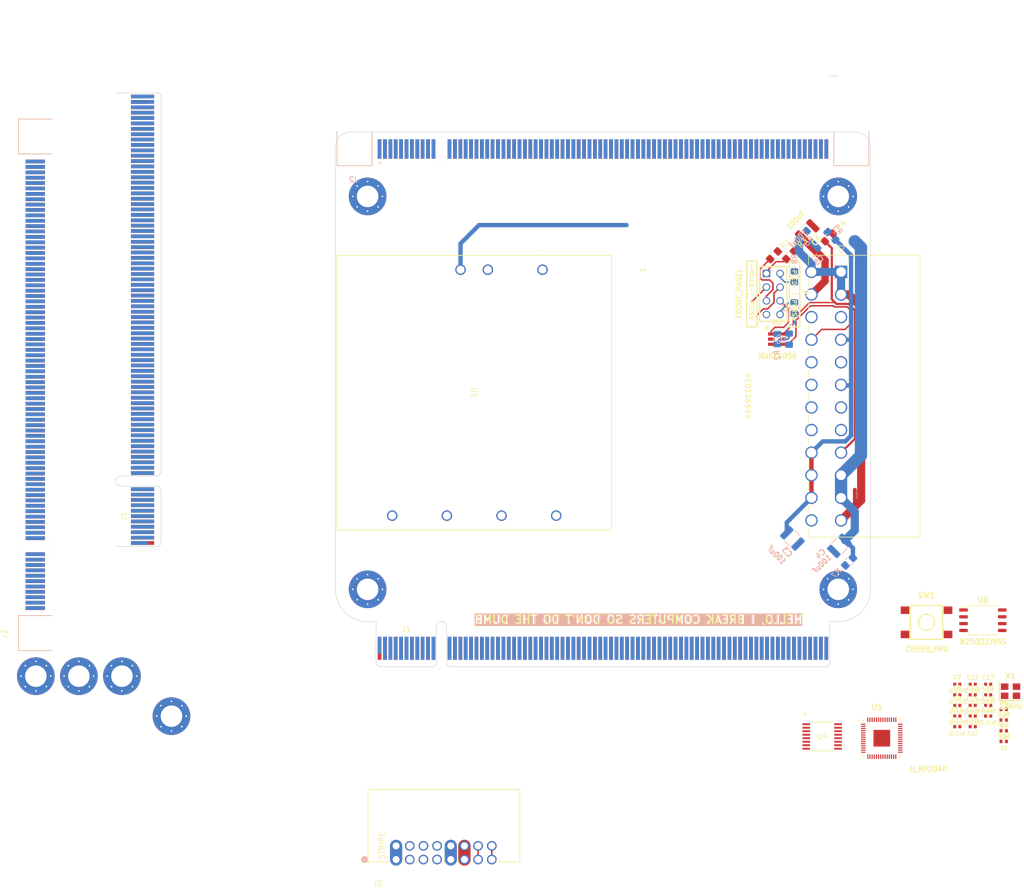
<source format=kicad_pcb>
(kicad_pcb (version 20240108) (generator "pcbnew") (generator_version "8.0")
  (layers (0 "F.Cu" signal) (31 "B.Cu" signal) (34 "B.Paste" user) (35 "F.Paste" user) (36 "B.SilkS" user "B.Silkscreen") (37 "F.SilkS" user "F.Silkscreen") (38 "B.Mask" user) (39 "F.Mask" user) (44 "Edge.Cuts" user))
  (net 0 "")
  (net 1 "/GATE")
  (net 2 "/CV")
  (net 3 "GND")
  (net 4 "+5V")
  (net 5 "+12V")
  (net 6 "-12V")
  (net 7 "Net-(J1-GND-PadA12)")
  (net 9 "Net-(J1-+3.3V-PadA10)")
  (net 31 "Net-(J1-+12V-PadA2)")
  (net 264 "+5VSB")
  (net 265 "/~{RST_SIG}")
  (net 266 "VCC")
  (net 267 "+3.3V")
  (net 269 "/~{PS_ON}")
  (net 271 "/HDD_LED-")
  (net 272 "/PWR_LED+")
  (net 273 "/HDD_LED+")
  (net 274 "/PWR_LED-")
  (net 275 "GNDA")
  (net 276 "-12VA")
  (net 277 "+12VA")
  (net 279 "/~{RST_SW}")
  (net 280 "/~{PWR_SW}")
  (net 281 "RP_3.3V")
  (net 282 "RP_1.1V")
  (net 283 "Net-(C18-Pad1)")
  (net 284 "Net-(U5-XIN)")
  (net 286 "Net-(U5-RUN)")
  (net 287 "Net-(U5-XOUT)")
  (net 288 "/QSPI_CS")
  (net 289 "/BOOTSEL")
  (net 290 "Net-(U4-S2)")
  (net 291 "Net-(U4-S5)")
  (net 293 "Net-(U4-S6)")
  (net 295 "Net-(U4-S0)")
  (net 297 "Net-(U4-S1)")
  (net 298 "Net-(U4-S4)")
  (net 301 "Net-(U4-S7)")
  (net 302 "Net-(U4-S3)")
  (net 303 "/QSPI_SD0")
  (net 310 "/RP_TX")
  (net 311 "/RP_RX")
  (net 312 "/QSPI_SD1")
  (net 313 "/QSPI_SCK")
  (net 314 "/QSPI_SD2")
  (net 316 "/QSPI_SD3")
  (footprint "llama_shared:X_SMD3225" (layer "F.Cu") (at 263.967 144.262)
    (property "Reference" "X1")
    (property "Value" "12MHz")
  )
  (footprint "Resistor_SMD:R_0805_2012Metric_Pad1.20x1.40mm_HandSolder" (layer "F.Cu") (at 223.005 63.2 -135)
    (property "Reference" "R3")
    (property "Value" "330")
  )
  (footprint "llama_shared:H_ATX_PERF" (layer "F.Cu") (at 90.85 141.465 90)
    (property "Reference" "H5" (hide yes))
    (property "Value" "H_HOLE" (hide yes))
  )
  (footprint "llama_shared:H_ATX_PERF" (layer "F.Cu") (at 144.499713 52.267213)
    (property "Reference" "H5" (hide yes))
    (property "Value" "H_HOLE" (hide yes))
  )
  (footprint "llama_shared:C_0402_1005Metric" (layer "F.Cu") (at 256.935 148.88)
    (property "Reference" "C15")
    (property "Value" "0.1uF")
  )
  (footprint "llama_shared:U_QFN40P700X700X90-57N" (layer "F.Cu") (at 240.04 153)
    (property "Reference" "U5")
    (property "Value" "U_RP2040")
  )
  (footprint "llama_shared:R_0402_1005Metric" (layer "F.Cu") (at 262.695 153.6)
    (property "Reference" "R12")
    (property "Value" "1k")
  )
  (footprint "llama_shared:C_0402_1005Metric" (layer "F.Cu") (at 254.065 150.85)
    (property "Reference" "C11")
    (property "Value" "0.1uF")
  )
  (footprint "AT-Footprints:DKA30_MWU" (layer "F.Cu") (at 177.005 65.9 -90)
    (property "Reference" "U1")
    (property "Value" "DKA30A-12")
  )
  (footprint "llama_shared:H_ATX_PERF" (layer "F.Cu") (at 231.949713 52.267213)
    (property "Reference" "H6" (hide yes))
    (property "Value" "H_HOLE" (hide yes))
  )
  (footprint "llama_shared:H_ATX_PERF" (layer "F.Cu") (at 231.949713 125.317213)
    (property "Reference" "H8" (hide yes))
    (property "Value" "H_HOLE" (hide yes))
  )
  (footprint "AT-Footprints:TSSOP16_PW_TEX" (layer "F.Cu") (at 228.95775 152.674951)
    (property "Reference" "U4")
    (property "Value" "TMUX4051PWR")
  )
  (footprint "llama_shared:C_1210_3225Metric" (layer "F.Cu") (at 226.179517 58.767983 -135)
    (property "Reference" "C6")
    (property "Value" "100uF")
  )
  (footprint "llama_shared:C_0402_1005Metric" (layer "F.Cu") (at 256.935 144.94)
    (property "Reference" "C13")
    (property "Value" "0.1uF")
  )
  (footprint "Resistor_SMD:R_0805_2012Metric_Pad1.20x1.40mm_HandSolder" (layer "F.Cu") (at 220.005 63.2 -135)
    (property "Reference" "R1")
    (property "Value" "10k")
  )
  (footprint "llama_shared:SW_B3FS-1010" (layer "F.Cu") (at 248.35 131.452)
    (property "Reference" "SW1")
    (property "Value" "CH559_PRG")
  )
  (footprint "llama_shared:R_0402_1005Metric" (layer "F.Cu") (at 262.695 147.63)
    (property "Reference" "R9")
    (property "Value" "10k")
  )
  (footprint "llama_shared:P_CONN_PANEL" (layer "F.Cu") (at 219.875 70.41 -90)
    (property "Reference" "J6")
    (property "Value" "FRONT_PANEL")
  )
  (footprint "llama_shared:U_SOIC-8_5.23x5.23mm_P1.27mm" (layer "F.Cu") (at 258.825 131.06)
    (property "Reference" "U6")
    (property "Value" "W25Q32JVSS")
  )
  (footprint "llama_shared:C_0402_1005Metric" (layer "F.Cu") (at 254.065 148.88)
    (property "Reference" "C10")
    (property "Value" "0.1uF")
  )
  (footprint "llama_shared:C_0402_1005Metric" (layer "F.Cu") (at 256.935 142.97)
    (property "Reference" "C12")
    (property "Value" "0.1uF")
  )
  (footprint "Resistor_SMD:R_0805_2012Metric_Pad1.20x1.40mm_HandSolder" (layer "F.Cu") (at 230.179607 59.9 45)
    (property "Reference" "R4")
    (property "Value" "470")
  )
  (footprint "llama_shared:C_0402_1005Metric" (layer "F.Cu") (at 259.805 146.91)
    (property "Reference" "C19")
    (property "Value" "30pF")
  )
  (footprint "llama_shared:C_0402_1005Metric" (layer "F.Cu") (at 254.065 144.94)
    (property "Reference" "C8")
    (property "Value" "0.1uF")
  )
  (footprint "llama_shared:H_ATX_PERF" (layer "F.Cu") (at 82.85 141.465 90)
    (property "Reference" "H1" (hide yes))
    (property "Value" "H_HOLE" (hide yes))
  )
  (footprint "llama_shared:C_0402_1005Metric" (layer "F.Cu") (at 259.805 148.88)
    (property "Reference" "C20")
    (property "Value" "0.1uF")
  )
  (footprint "llama_shared:C_0402_1005Metric" (layer "F.Cu") (at 256.935 146.91)
    (property "Reference" "C14")
    (property "Value" "0.1uF")
  )
  (footprint "llama_shared:R_0402_1005Metric" (layer "F.Cu") (at 262.695 149.62)
    (property "Reference" "R10")
    (property "Value" "1k")
  )
  (footprint "llama_shared:R_0402_1005Metric" (layer "F.Cu") (at 262.695 151.61)
    (property "Reference" "R11")
    (property "Value" "10k")
  )
  (footprint "llama_shared:H_ATX_PERF" (layer "F.Cu") (at 108.055 148.9 90)
    (property "Reference" "H7" (hide yes))
    (property "Value" "H_HOLE" (hide yes))
  )
  (footprint "ATX:ATX_24_RIGHT_ANGLE_MOLEX_469911024" (layer "F.Cu") (at 232.4725 66.304002 90)
    (property "Reference" "J5")
    (property "Value" "ATX_POWER")
  )
  (footprint "llama_shared:C_0402_1005Metric" (layer "F.Cu") (at 254.065 142.97)
    (property "Reference" "C7")
    (property "Value" "0.1uF")
  )
  (footprint "llama_shared:U_TSOT-23-6" (layer "F.Cu") (at 220.605 78.8)
    (property "Reference" "U2")
    (property "Value" "MAX16054")
  )
  (footprint "AT-Footprints:AMPHENOL_10025026-10103TLF" (layer "F.Cu") (at 85.925 87.29 90)
    (property "Reference" "J2")
    (property "Value" "10025026-10103TLF")
    (fp_line (start -29.025 -5.025) (end -29.025 -0.5) (stroke (width 0.01)) (layer "Edge.Cuts"))
    (fp_line (start -29.025 -0.5) (end -28.525 0) (stroke (width 0.01)) (layer "Edge.Cuts"))
    (fp_line (start -30.975 -0.5) (end -30.975 -5.025) (stroke (width 0.01)) (layer "Edge.Cuts"))
    (fp_line (start -28.525 0) (end -31.475 0) (stroke (width 0.01)) (layer "Edge.Cuts"))
    (fp_line (start -31.475 0) (end -30.975 -0.5) (stroke (width 0.01)) (layer "Edge.Cuts"))
    (fp_arc (start -30 -6) (mid -29.310571 -5.714429) (end -29.025 -5.025) (stroke (width 0.01)) (layer "Edge.Cuts"))
    (fp_arc (start -30.975 -5.025) (mid -30.689429 -5.714429) (end -30 -6) (stroke (width 0.01)) (layer "Edge.Cuts"))
  )
  (footprint "AT-Footprints:BUS_EUROexpress" (layer "F.Cu") (at 146.724713 136.267213)
    (property "Reference" "J1")
    (property "Value" "EURO_EXPRESS")
    (fp_line (start -0.65 -4.95) (end -0.65 2.95) (stroke (width 0.1)) (layer "Edge.Cuts"))
    (fp_line (start -0.65 2.95) (end -0.15 3.45) (stroke (width 0.1)) (layer "Edge.Cuts"))
    (fp_line (start -0.15 3.45) (end 10.05 3.45) (stroke (width 0.1)) (layer "Edge.Cuts"))
    (fp_line (start 10.55 -4) (end 10.55 2.95) (stroke (width 0.1)) (layer "Edge.Cuts"))
    (fp_line (start 10.55 2.95) (end 10.05 3.45) (stroke (width 0.1)) (layer "Edge.Cuts"))
    (fp_line (start 12.45 -4) (end 12.45 2.95) (stroke (width 0.1)) (layer "Edge.Cuts"))
    (fp_line (start 12.45 2.95) (end 12.95 3.45) (stroke (width 0.1)) (layer "Edge.Cuts"))
    (fp_line (start 12.95 3.45) (end 83.15 3.45) (stroke (width 0.1)) (layer "Edge.Cuts"))
    (fp_line (start 83.65 -4.95) (end 83.65 2.95) (stroke (width 0.1)) (layer "Edge.Cuts"))
    (fp_line (start 83.65 2.95) (end 83.15 3.45) (stroke (width 0.1)) (layer "Edge.Cuts"))
    (fp_arc (start 10.55 -4) (mid 11.5 -4.95) (end 12.45 -4) (stroke (width 0.1)) (layer "Edge.Cuts"))
  )
  (footprint "llama_shared:C_0402_1005Metric" (layer "F.Cu") (at 259.805 142.97)
    (property "Reference" "C17")
    (property "Value" "1uF")
  )
  (footprint "llama_shared:C_0402_1005Metric" (layer "F.Cu") (at 259.805 144.94)
    (property "Reference" "C18")
    (property "Value" "30pF")
  )
  (footprint "llama_shared:H_ATX_PERF" (layer "F.Cu") (at 144.499713 125.317213 45)
    (property "Reference" "H7" (hide yes))
    (property "Value" "H_HOLE" (hide yes))
  )
  (footprint "llama_shared:C_0402_1005Metric" (layer "F.Cu") (at 256.935 150.85)
    (property "Reference" "C16")
    (property "Value" "1uF")
  )
  (footprint "llama_shared:C_0402_1005Metric" (layer "F.Cu") (at 254.065 146.91)
    (property "Reference" "C9")
    (property "Value" "0.1uF")
  )
  (footprint "AT-Footprints:EURORACK Right Angle" (layer "F.Cu") (at 149.7925 175.55)
    (property "Reference" "J3")
    (property "Value" "EURO_CONN")
  )
  (footprint "llama_shared:H_ATX_PERF" (layer "F.Cu") (at 98.85 141.465 90)
    (property "Reference" "H6" (hide yes))
    (property "Value" "H_HOLE" (hide yes))
  )
  (footprint "Connector_PCBEdge:BUS_PCIexpress_x16" (layer "F.Cu") (at 102.675 116.7 90)
    (property "Reference" "J1")
    (property "Value" "Bus_EURO_Express")
    (fp_line (start 83.65 -4.95) (end 83.65 2.95) (stroke (width 0.1)) (layer "Edge.Cuts"))
    (fp_line (start -0.65 -4.95) (end -0.65 2.95) (stroke (width 0.1)) (layer "Edge.Cuts"))
    (fp_line (start 12.45 -4) (end 12.45 2.95) (stroke (width 0.1)) (layer "Edge.Cuts"))
    (fp_line (start 10.55 -4) (end 10.55 2.95) (stroke (width 0.1)) (layer "Edge.Cuts"))
    (fp_line (start 83.65 2.95) (end 83.15 3.45) (stroke (width 0.1)) (layer "Edge.Cuts"))
    (fp_line (start 12.45 2.95) (end 12.95 3.45) (stroke (width 0.1)) (layer "Edge.Cuts"))
    (fp_line (start 10.55 2.95) (end 10.05 3.45) (stroke (width 0.1)) (layer "Edge.Cuts"))
    (fp_line (start -0.65 2.95) (end -0.15 3.45) (stroke (width 0.1)) (layer "Edge.Cuts"))
    (fp_line (start 12.95 3.45) (end 83.15 3.45) (stroke (width 0.1)) (layer "Edge.Cuts"))
    (fp_line (start -0.15 3.45) (end 10.05 3.45) (stroke (width 0.1)) (layer "Edge.Cuts"))
    (fp_arc (start 10.55 -4) (mid 11.5 -4.95) (end 12.45 -4) (stroke (width 0.1)) (layer "Edge.Cuts"))
  )
  (footprint "llama_shared:C_1210_3225Metric" (layer "B.Cu") (at 223.429517 115.857017 -45)
    (property "Reference" "C3")
    (property "Value" "100uF")
  )
  (footprint "Resistor_SMD:R_0805_2012Metric_Pad1.20x1.40mm_HandSolder" (layer "B.Cu") (at 230.679607 59.607107 135)
    (property "Reference" "R5")
    (property "Value" "470")
  )
  (footprint "llama_shared:C_1210_3225Metric" (layer "B.Cu") (at 226.5625 62.37 45)
    (property "Reference" "C5")
    (property "Value" "100uF")
  )
  (footprint "AT-Footprints:AMPHENOL_10025026-10103TLF" (layer "B.Cu") (at 188.225 40.25)
    (property "Reference" "J2")
    (property "Value" "10025026-10103TLF")
    (fp_line (start -31.475 0) (end -28.525 0) (stroke (width 0.01)) (layer "Edge.Cuts"))
    (fp_line (start -30.975 0.5) (end -31.475 0) (stroke (width 0.01)) (layer "Edge.Cuts"))
    (fp_line (start -30.975 5.025) (end -30.975 0.5) (stroke (width 0.01)) (layer "Edge.Cuts"))
    (fp_line (start -29.025 0.5) (end -29.025 5.025) (stroke (width 0.01)) (layer "Edge.Cuts"))
    (fp_line (start -28.525 0) (end -29.025 0.5) (stroke (width 0.01)) (layer "Edge.Cuts"))
    (fp_arc (start -30 6) (mid -30.689429 5.714429) (end -30.975 5.025) (stroke (width 0.01)) (layer "Edge.Cuts"))
    (fp_arc (start -29.025 5.025) (mid -29.310571 5.714429) (end -30 6) (stroke (width 0.01)) (layer "Edge.Cuts"))
  )
  (footprint "Capacitor_SMD:C_0805_2012Metric_Pad1.18x1.45mm_HandSolder" (layer "B.Cu") (at 223.805 73 -90)
    (property "Reference" "C1")
    (property "Value" "0.1uF")
  )
  (footprint "Resistor_SMD:R_0805_2012Metric_Pad1.20x1.40mm_HandSolder" (layer "B.Cu") (at 225.3525 59.43 45)
    (property "Reference" "R6")
    (property "Value" "470")
  )
  (footprint "Resistor_SMD:R_0805_2012Metric_Pad1.20x1.40mm_HandSolder" (layer "B.Cu") (at 220.605 78.8 90)
    (property "Reference" "R2")
    (property "Value" "470")
  )
  (footprint "llama_shared:C_1210_3225Metric" (layer "B.Cu") (at 232.165393 117.225615 -135)
    (property "Reference" "C4")
    (property "Value" "100uF")
  )
  (footprint "Resistor_SMD:R_0805_2012Metric_Pad1.20x1.40mm_HandSolder" (layer "B.Cu") (at 233.9725 120.171491 -135)
    (property "Reference" "R7")
    (property "Value" "470")
  )
  (footprint "Resistor_SMD:R_0805_2012Metric_Pad1.20x1.40mm_HandSolder" (layer "B.Cu") (at 223.805 67.2 -90)
    (property "Reference" "R8")
    (property "Value" "330")
  )
  (footprint "Capacitor_SMD:C_0805_2012Metric_Pad1.18x1.45mm_HandSolder" (layer "B.Cu") (at 222.805 78.8 -90)
    (property "Reference" "C2")
    (property "Value" "10uF")
  )
  (gr_arc (start 237.94992 125.317212) (mid 236.1925 129.56) (end 231.949712 131.31742) (stroke (width 0.1)) (layer "Edge.Cuts"))
  (gr_arc (start 144.499714 131.31742) (mid 140.256926 129.56) (end 138.499506 125.317212) (stroke (width 0.1)) (layer "Edge.Cuts"))
  (gr_line (start 146.074713 131.317213) (end 144.499714 131.31742) (stroke (width 0.1)) (layer "Edge.Cuts"))
  (gr_line (start 138.499506 125.317212) (end 138.499311 43.250213) (stroke (width 0.1)) (layer "Edge.Cuts"))
  (gr_line (start 230.2925 29.86) (end 231.867499 29.86022) (stroke (width 0.1)) (layer "Edge.Cuts"))
  (gr_arc (start 234.966545 40.266811) (mid 237.076129 41.140629) (end 237.949947 43.250213) (stroke (width 0.1)) (layer "Edge.Cuts"))
  (gr_line (start 230.374713 131.317213) (end 231.949712 131.317433) (stroke (width 0.1)) (layer "Edge.Cuts"))
  (gr_arc (start 138.499311 43.250213) (mid 139.373129 41.140629) (end 141.482713 40.266811) (stroke (width 0.1)) (layer "Edge.Cuts"))
  (gr_line (start 141.482713 40.266811) (end 234.966545 40.266811) (stroke (width 0.1)) (layer "Edge.Cuts"))
  (gr_line (start 237.949947 43.250213) (end 237.94992 125.317212) (stroke (width 0.1)) (layer "Edge.Cuts"))
  (segment (start 167.5725 175.55) (end 167.5725 173.01) (width 0.2794) (layer "F.Cu") (net 1))
  (segment (start 165.0325 175.55) (end 165.0325 173.01) (width 0.2794) (layer "F.Cu") (net 2))
  (segment (start 221.145 73.66) (end 221.145 74.22) (width 0.2794) (layer "B.Cu") (net 3))
  (segment (start 223.805 71.9625) (end 222.8425 71.9625) (width 0.2794) (layer "B.Cu") (net 3))
  (segment (start 222.8425 71.9625) (end 221.145 73.66) (width 0.2794) (layer "B.Cu") (net 3))
  (segment (start 162.4925 175.55) (end 162.4925 173.01) (width 2.286) (layer "F.Cu") (net 4))
  (segment (start 234.679607 117.653863) (end 232.697235 115.671491) (width 0.8128) (layer "B.Cu") (net 5))
  (segment (start 232.697235 115.671491) (end 232.515483 115.671491) (width 0.8128) (layer "B.Cu") (net 5))
  (segment (start 165.205 57.6) (end 192.605 57.6) (width 0.8128) (layer "B.Cu") (net 5))
  (segment (start 232.4725 108.303992) (end 232.4725 104.103992) (width 2.286) (layer "B.Cu") (net 5))
  (segment (start 159.9525 175.55) (end 159.9525 173.01) (width 2.286) (layer "B.Cu") (net 5))
  (segment (start 234.679607 119.464384) (end 234.679607 117.653863) (width 0.8128) (layer "B.Cu") (net 5))
  (segment (start 233.208376 116.182632) (end 235.015483 114.375525) (width 1.524) (layer "B.Cu") (net 5))
  (segment (start 161.765 65.9) (end 161.765 61.04) (width 0.8128) (layer "B.Cu") (net 5))
  (segment (start 161.765 61.04) (end 165.205 57.6) (width 0.8128) (layer "B.Cu") (net 5))
  (segment (start 235.015483 114.375525) (end 235.015483 110.846975) (width 1.524) (layer "B.Cu") (net 5))
  (segment (start 236.1725 100.403992) (end 236.1725 61.7675) (width 2.286) (layer "B.Cu") (net 5))
  (segment (start 232.4725 104.103992) (end 236.1725 100.403992) (width 2.286) (layer "B.Cu") (net 5))
  (segment (start 235.015483 110.846975) (end 232.4725 108.303992) (width 1.524) (layer "B.Cu") (net 5))
  (segment (start 236.1725 61.7675) (end 235.005 60.6) (width 2.286) (layer "B.Cu") (net 5))
  (segment (start 225.136534 59.810966) (end 229.4975 64.171932) (width 1.397) (layer "F.Cu") (net 6))
  (segment (start 229.4975 64.171932) (end 229.4975 67.979002) (width 1.397) (layer "F.Cu") (net 6))
  (segment (start 229.4975 67.979002) (end 226.972501 70.504001) (width 1.397) (layer "F.Cu") (net 6))
  (segment (start 149.7925 175.55) (end 149.7925 173.01) (width 2.286) (layer "B.Cu") (net 6))
  (segment (start 231.605 72.2571) (end 231.3479 72) (width 0.2794) (layer "F.Cu") (net 264))
  (segment (start 235.0398 97.336696) (end 232.4725 99.903996) (width 0.4064) (layer "F.Cu") (net 264))
  (segment (start 229.4725 60.607107) (end 230.7516 61.886207) (width 0.4064) (layer "F.Cu") (net 264))
  (segment (start 223.28 76.275) (end 221.705 77.85) (width 0.2794) (layer "F.Cu") (net 264))
  (segment (start 230.7516 61.886207) (end 230.7516 70.078007) (width 0.4064) (layer "F.Cu") (net 264))
  (segment (start 231.605 72.2571) (end 230.7516 71.4037) (width 0.4064) (layer "F.Cu") (net 264))
  (segment (start 231.3479 72) (end 226.605 72) (width 0.2794) (layer "F.Cu") (net 264))
  (segment (start 235.0398 73.4348) (end 235.0398 97.336696) (width 0.4064) (layer "F.Cu") (net 264))
  (segment (start 230.7516 71.4037) (end 230.7516 69.8) (width 0.4064) (layer "F.Cu") (net 264))
  (segment (start 232.4725 99.903996) (end 231.508996 99.903996) (width 0.4064) (layer "F.Cu") (net 264))
  (segment (start 223.605 75) (end 223.605 75.95) (width 0.2794) (layer "F.Cu") (net 264))
  (segment (start 231.605 72.2571) (end 233.8621 72.2571) (width 0.4064) (layer "F.Cu") (net 264))
  (segment (start 233.8621 72.2571) (end 235.0398 73.4348) (width 0.4064) (layer "F.Cu") (net 264))
  (segment (start 226.605 72) (end 223.605 75) (width 0.2794) (layer "F.Cu") (net 264))
  (segment (start 223.605 75.95) (end 223.28 76.275) (width 0.2794) (layer "F.Cu") (net 264))
  (via (at 223.28 76.275) (size 0.46) (drill 0.3) (layers "F.Cu" "B.Cu") (net 264))
  (segment (start 223.805 74.0375) (end 223.805 75.75) (width 0.2794) (layer "B.Cu") (net 264))
  (segment (start 223.33 76.275) (end 223.605 76) (width 0.2794) (layer "B.Cu") (net 264))
  (segment (start 223.28 76.275) (end 223.33 76.275) (width 0.2794) (layer "B.Cu") (net 264))
  (segment (start 223.805 75.75) (end 223.28 76.275) (width 0.2794) (layer "B.Cu") (net 264))
  (segment (start 222.805 78.6) (end 222.605 78.8) (width 0.2794) (layer "B.Cu") (net 265))
  (segment (start 220.605 79.2) (end 220.605 79.8) (width 0.2794) (layer "B.Cu") (net 265))
  (segment (start 221.005 78.8) (end 220.605 79.2) (width 0.2794) (layer "B.Cu") (net 265))
  (segment (start 222.805 77.7625) (end 222.805 78.6) (width 0.2794) (layer "B.Cu") (net 265))
  (segment (start 222.605 78.8) (end 221.005 78.8) (width 0.2794) (layer "B.Cu") (net 265))
  (segment (start 226.972501 108.303992) (end 226.972501 104.103992) (width 0.8128) (layer "F.Cu") (net 266))
  (segment (start 226.972501 99.903996) (end 227.175611 99.903996) (width 0.8128) (layer "F.Cu") (net 266))
  (segment (start 226.972501 104.103992) (end 226.972501 99.903996) (width 0.8128) (layer "F.Cu") (net 266))
  (segment (start 232.4725 78.904) (end 232.4765 78.9) (width 0.8128) (layer "B.Cu") (net 266))
  (segment (start 234.229607 78.9) (end 234.329607 79) (width 0.8128) (layer "B.Cu") (net 266))
  (segment (start 232.4765 78.9) (end 234.229607 78.9) (width 0.8128) (layer "B.Cu") (net 266))
  (segment (start 234.329607 63.257107) (end 233.53875 62.46625) (width 0.8128) (layer "B.Cu") (net 266))
  (segment (start 234.329607 63.8) (end 234.329607 63.257107) (width 0.8128) (layer "B.Cu") (net 266))
  (segment (start 233.257517 97.815997) (end 234.329607 96.743907) (width 0.8128) (layer "B.Cu") (net 266))
  (segment (start 232.568502 87.4) (end 234.329607 87.4) (width 0.8128) (layer "B.Cu") (net 266))
  (segment (start 222.386534 114.814034) (end 222.386534 112.889959) (width 0.8128) (layer "B.Cu") (net 266))
  (segment (start 234.329607 63.257107) (end 231.386714 60.314214) (width 0.8128) (layer "B.Cu") (net 266))
  (segment (start 229.0605 97.815997) (end 233.257517 97.815997) (width 0.8128) (layer "B.Cu") (net 266))
  (segment (start 234.329607 96.743907) (end 234.329607 79) (width 0.8128) (layer "B.Cu") (net 266))
  (segment (start 226.972501 99.903996) (end 229.0605 97.815997) (width 0.8128) (layer "B.Cu") (net 266))
  (segment (start 222.386534 112.889959) (end 226.972501 108.303992) (width 0.8128) (layer "B.Cu") (net 266))
  (segment (start 232.4725 87.303998) (end 232.568502 87.4) (width 0.8128) (layer "B.Cu") (net 266))
  (segment (start 234.329607 79) (end 234.329607 63.257107) (width 0.8128) (layer "B.Cu") (net 266))
  (segment (start 232.4725 112.503991) (end 235.029607 109.946884) (width 0.7112) (layer "F.Cu") (net 267))
  (segment (start 233.909001 70.504001) (end 236.205 72.8) (width 1.524) (layer "F.Cu") (net 267))
  (segment (start 236.205 108.771491) (end 232.4725 112.503991) (width 1.524) (layer "F.Cu") (net 267))
  (segment (start 232.4725 70.504001) (end 233.909001 70.504001) (width 1.524) (layer "F.Cu") (net 267))
  (segment (start 235.029607 109.946884) (end 235.029607 106.8) (width 0.7112) (layer "F.Cu") (net 267))
  (segment (start 236.205 72.8) (end 236.205 108.771491) (width 1.524) (layer "F.Cu") (net 267))
  (segment (start 224.645393 62.538859) (end 224.645393 60.137107) (width 1.524) (layer "B.Cu") (net 267))
  (segment (start 232.4725 70.504001) (end 232.4725 66.304002) (width 1.524) (layer "B.Cu") (net 267))
  (segment (start 225.519517 63.412983) (end 224.645393 62.538859) (width 1.524) (layer "B.Cu") (net 267))
  (segment (start 226.972501 64.865967) (end 225.519517 63.412983) (width 1.524) (layer "B.Cu") (net 267))
  (segment (start 226.972501 66.304002) (end 232.4725 66.304002) (width 1.524) (layer "B.Cu") (net 267))
  (segment (start 226.972501 66.304002) (end 226.972501 64.865967) (width 1.524) (layer "B.Cu") (net 267))
  (segment (start 226.805 72.6) (end 224.0844 75.3206) (width 0.2794) (layer "F.Cu") (net 269))
  (segment (start 224.0844 78.3206) (end 222.655 79.75) (width 0.2794) (layer "F.Cu") (net 269))
  (segment (start 233.605 72.8) (end 231.237223 72.8) (width 0.2794) (layer "F.Cu") (net 269))
  (segment (start 234.405 75.8) (end 234.405 73.6) (width 0.2794) (layer "F.Cu") (net 269))
  (segment (start 224.0844 75.3206) (end 224.0844 78.3206) (width 0.2794) (layer "F.Cu") (net 269))
  (segment (start 231.237223 72.8) (end 231.037223 72.6) (width 0.2794) (layer "F.Cu") (net 269))
  (segment (start 228.876501 77) (end 233.205 77) (width 0.2794) (layer "F.Cu") (net 269))
  (segment (start 231.037223 72.6) (end 226.805 72.6) (width 0.2794) (layer "F.Cu") (net 269))
  (segment (start 234.405 73.6) (end 233.605 72.8) (width 0.2794) (layer "F.Cu") (net 269))
  (segment (start 226.972501 78.904) (end 228.876501 77) (width 0.2794) (layer "F.Cu") (net 269))
  (segment (start 222.655 79.75) (end 221.705 79.75) (width 0.2794) (layer "F.Cu") (net 269))
  (segment (start 233.205 77) (end 234.405 75.8) (width 0.2794) (layer "F.Cu") (net 269))
  (segment (start 215.945 71.8) (end 215.805 71.8) (width 0.2794) (layer "F.Cu") (net 271))
  (segment (start 218.605 69.14) (end 215.945 71.8) (width 0.2794) (layer "F.Cu") (net 271))
  (segment (start 221.145 66.6) (end 221.145 67.34) (width 0.2794) (layer "B.Cu") (net 272))
  (segment (start 221.145 67.34) (end 222.005 68.2) (width 0.2794) (layer "B.Cu") (net 272))
  (segment (start 222.005 68.2) (end 223.805 68.2) (width 0.2794) (layer "B.Cu") (net 272))
  (segment (start 222.297893 63.907107) (end 221.805 64.4) (width 0.2794) (layer "F.Cu") (net 273))
  (segment (start 221.805 64.4) (end 220.405 64.4) (width 0.2794) (layer "F.Cu") (net 273))
  (segment (start 218.605 66.2) (end 218.605 66.6) (width 0.2794) (layer "F.Cu") (net 273))
  (segment (start 220.405 64.4) (end 218.605 66.2) (width 0.2794) (layer "F.Cu") (net 273))
  (segment (start 218.8232 73.1818) (end 218.0232 73.1818) (width 0.2794) (layer "F.Cu") (net 274))
  (segment (start 220.005 72) (end 218.8232 73.1818) (width 0.2794) (layer "F.Cu") (net 274))
  (segment (start 218.0232 73.1818) (end 216.805 74.4) (width 0.2794) (layer "F.Cu") (net 274))
  (segment (start 220.005 70.28) (end 220.005 72) (width 0.2794) (layer "F.Cu") (net 274))
  (segment (start 216.805 74.4) (end 216.805 74.6) (width 0.2794) (layer "F.Cu") (net 274))
  (segment (start 221.145 69.14) (end 220.005 70.28) (width 0.2794) (layer "F.Cu") (net 274))
  (segment (start 219.805 68.4) (end 219.805 69.6) (width 0.2794) (layer "F.Cu") (net 279))
  (segment (start 218.605 70.8) (end 218.605 71.68) (width 0.2794) (layer "F.Cu") (net 279))
  (segment (start 219.205 67.8) (end 219.805 68.4) (width 0.2794) (layer "F.Cu") (net 279))
  (segment (start 219.297893 63.907107) (end 217.405 65.8) (width 0.2794) (layer "F.Cu") (net 279))
  (segment (start 217.405 65.8) (end 217.405 67.4) (width 0.2794) (layer "F.Cu") (net 279))
  (segment (start 217.405 67.4) (end 217.805 67.8) (width 0.2794) (layer "F.Cu") (net 279))
  (segment (start 219.805 69.6) (end 218.605 70.8) (width 0.2794) (layer "F.Cu") (net 279))
  (segment (start 217.805 67.8) (end 219.205 67.8) (width 0.2794) (layer "F.Cu") (net 279))
  (segment (start 221.805 76.6) (end 220.205 76.6) (width 0.2794) (layer "F.Cu") (net 280))
  (segment (start 219.505 77.3) (end 219.505 77.85) (width 0.2794) (layer "F.Cu") (net 280))
  (segment (start 221.145 71.68) (end 222.805 73.34) (width 0.2794) (layer "F.Cu") (net 280))
  (segment (start 222.805 73.34) (end 222.805 75.6) (width 0.2794) (layer "F.Cu") (net 280))
  (segment (start 220.205 76.6) (end 219.505 77.3) (width 0.2794) (layer "F.Cu") (net 280))
  (segment (start 222.805 75.6) (end 221.805 76.6) (width 0.2794) (layer "F.Cu") (net 280))
)
</source>
